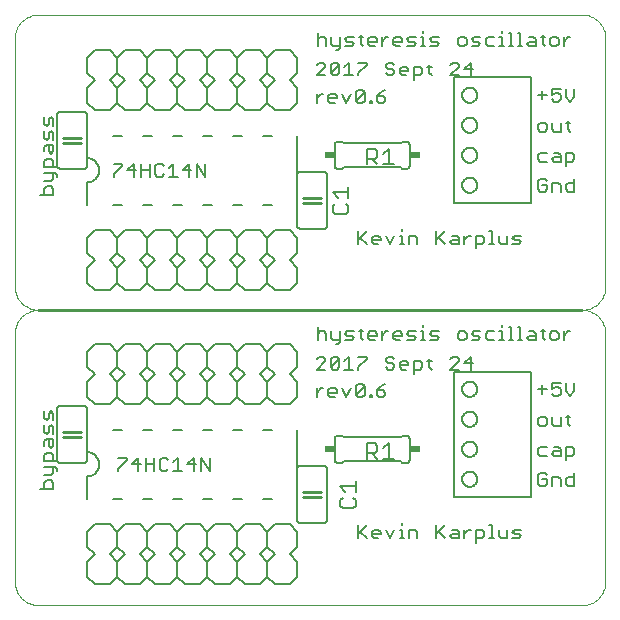
<source format=gto>
G75*
%MOIN*%
%OFA0B0*%
%FSLAX24Y24*%
%IPPOS*%
%LPD*%
%AMOC8*
5,1,8,0,0,1.08239X$1,22.5*
%
%ADD10C,0.0000*%
%ADD11C,0.0070*%
%ADD12C,0.0100*%
%ADD13C,0.0004*%
%ADD14C,0.0060*%
%ADD15C,0.0050*%
%ADD16R,0.0340X0.0240*%
%ADD17C,0.0080*%
D10*
X000102Y000889D02*
X000102Y009157D01*
X000102Y010732D02*
X000102Y019000D01*
X000889Y019787D02*
X019000Y019787D01*
X019787Y019000D02*
X019787Y010732D01*
X019787Y009157D02*
X019787Y000889D01*
X019000Y000102D02*
X000889Y000102D01*
D11*
X000946Y003971D02*
X001376Y003971D01*
X001376Y004187D01*
X001305Y004258D01*
X001161Y004258D01*
X001090Y004187D01*
X001090Y003971D01*
X001090Y004432D02*
X001305Y004432D01*
X001376Y004504D01*
X001376Y004719D01*
X001448Y004719D02*
X001090Y004719D01*
X001090Y004892D02*
X001090Y005107D01*
X001161Y005179D01*
X001305Y005179D01*
X001376Y005107D01*
X001376Y004892D01*
X001520Y004892D02*
X001090Y004892D01*
X001448Y004719D02*
X001520Y004647D01*
X001520Y004575D01*
X001305Y005353D02*
X001233Y005424D01*
X001233Y005640D01*
X001161Y005640D02*
X001376Y005640D01*
X001376Y005424D01*
X001305Y005353D01*
X001090Y005424D02*
X001090Y005568D01*
X001161Y005640D01*
X001161Y005813D02*
X001090Y005885D01*
X001090Y006100D01*
X001233Y006028D02*
X001233Y005885D01*
X001161Y005813D01*
X001376Y005813D02*
X001376Y006028D01*
X001305Y006100D01*
X001233Y006028D01*
X001161Y006273D02*
X001090Y006345D01*
X001090Y006560D01*
X001233Y006489D02*
X001233Y006345D01*
X001161Y006273D01*
X001376Y006273D02*
X001376Y006489D01*
X001305Y006560D01*
X001233Y006489D01*
X003546Y005014D02*
X003833Y005014D01*
X003833Y004942D01*
X003546Y004656D01*
X003546Y004584D01*
X004007Y004799D02*
X004294Y004799D01*
X004467Y004799D02*
X004754Y004799D01*
X004754Y005014D02*
X004754Y004584D01*
X004928Y004656D02*
X004928Y004942D01*
X004999Y005014D01*
X005143Y005014D01*
X005215Y004942D01*
X005388Y004871D02*
X005531Y005014D01*
X005531Y004584D01*
X005388Y004584D02*
X005675Y004584D01*
X005848Y004799D02*
X006135Y004799D01*
X006064Y004584D02*
X006064Y005014D01*
X005848Y004799D01*
X006309Y004584D02*
X006309Y005014D01*
X006596Y004584D01*
X006596Y005014D01*
X005215Y004656D02*
X005143Y004584D01*
X004999Y004584D01*
X004928Y004656D01*
X004467Y004584D02*
X004467Y005014D01*
X004222Y005014D02*
X004007Y004799D01*
X004222Y004584D02*
X004222Y005014D01*
X010168Y007046D02*
X010168Y007333D01*
X010168Y007190D02*
X010312Y007333D01*
X010384Y007333D01*
X010552Y007262D02*
X010552Y007118D01*
X010624Y007046D01*
X010767Y007046D01*
X010839Y007190D02*
X010552Y007190D01*
X010552Y007262D02*
X010624Y007333D01*
X010767Y007333D01*
X010839Y007262D01*
X010839Y007190D01*
X011013Y007333D02*
X011156Y007046D01*
X011299Y007333D01*
X011473Y007405D02*
X011473Y007118D01*
X011760Y007405D01*
X011760Y007118D01*
X011688Y007046D01*
X011545Y007046D01*
X011473Y007118D01*
X011473Y007405D02*
X011545Y007477D01*
X011688Y007477D01*
X011760Y007405D01*
X011933Y007118D02*
X012005Y007118D01*
X012005Y007046D01*
X011933Y007046D01*
X011933Y007118D01*
X012163Y007118D02*
X012235Y007046D01*
X012379Y007046D01*
X012450Y007118D01*
X012450Y007190D01*
X012379Y007262D01*
X012163Y007262D01*
X012163Y007118D01*
X012163Y007262D02*
X012307Y007405D01*
X012450Y007477D01*
X012542Y007956D02*
X012470Y008028D01*
X012542Y007956D02*
X012686Y007956D01*
X012757Y008028D01*
X012757Y008099D01*
X012686Y008171D01*
X012542Y008171D01*
X012470Y008243D01*
X012470Y008315D01*
X012542Y008386D01*
X012686Y008386D01*
X012757Y008315D01*
X012931Y008171D02*
X012931Y008028D01*
X013003Y007956D01*
X013146Y007956D01*
X013218Y008099D02*
X012931Y008099D01*
X012931Y008171D02*
X013003Y008243D01*
X013146Y008243D01*
X013218Y008171D01*
X013218Y008099D01*
X013391Y007956D02*
X013606Y007956D01*
X013678Y008028D01*
X013678Y008171D01*
X013606Y008243D01*
X013391Y008243D01*
X013391Y007812D01*
X013852Y008243D02*
X013995Y008243D01*
X013923Y008315D02*
X013923Y008028D01*
X013995Y007956D01*
X014619Y007956D02*
X014906Y008243D01*
X014906Y008315D01*
X014834Y008386D01*
X014691Y008386D01*
X014619Y008315D01*
X014619Y007956D02*
X014906Y007956D01*
X015079Y008171D02*
X015366Y008171D01*
X015295Y007956D02*
X015295Y008386D01*
X015079Y008171D01*
X015088Y008940D02*
X015160Y009012D01*
X015160Y009155D01*
X015088Y009227D01*
X014944Y009227D01*
X014873Y009155D01*
X014873Y009012D01*
X014944Y008940D01*
X015088Y008940D01*
X015333Y008940D02*
X015548Y008940D01*
X015620Y009012D01*
X015548Y009084D01*
X015405Y009084D01*
X015333Y009155D01*
X015405Y009227D01*
X015620Y009227D01*
X015794Y009155D02*
X015794Y009012D01*
X015865Y008940D01*
X016080Y008940D01*
X016254Y008940D02*
X016397Y008940D01*
X016326Y008940D02*
X016326Y009227D01*
X016254Y009227D01*
X016326Y009370D02*
X016326Y009442D01*
X016561Y009370D02*
X016633Y009370D01*
X016633Y008940D01*
X016704Y008940D02*
X016561Y008940D01*
X016868Y008940D02*
X017011Y008940D01*
X016940Y008940D02*
X016940Y009370D01*
X016868Y009370D01*
X017246Y009227D02*
X017390Y009227D01*
X017462Y009155D01*
X017462Y008940D01*
X017246Y008940D01*
X017175Y009012D01*
X017246Y009084D01*
X017462Y009084D01*
X017635Y009227D02*
X017779Y009227D01*
X017707Y009299D02*
X017707Y009012D01*
X017779Y008940D01*
X017942Y009012D02*
X018014Y008940D01*
X018157Y008940D01*
X018229Y009012D01*
X018229Y009155D01*
X018157Y009227D01*
X018014Y009227D01*
X017942Y009155D01*
X017942Y009012D01*
X018402Y009084D02*
X018546Y009227D01*
X018618Y009227D01*
X018402Y009227D02*
X018402Y008940D01*
X018467Y007514D02*
X018467Y007227D01*
X018611Y007084D01*
X018754Y007227D01*
X018754Y007514D01*
X018294Y007514D02*
X018007Y007514D01*
X018007Y007299D01*
X018150Y007371D01*
X018222Y007371D01*
X018294Y007299D01*
X018294Y007156D01*
X018222Y007084D01*
X018079Y007084D01*
X018007Y007156D01*
X017833Y007299D02*
X017546Y007299D01*
X017690Y007442D02*
X017690Y007156D01*
X017762Y006371D02*
X017618Y006371D01*
X017546Y006299D01*
X017546Y006156D01*
X017618Y006084D01*
X017762Y006084D01*
X017833Y006156D01*
X017833Y006299D01*
X017762Y006371D01*
X018007Y006371D02*
X018007Y006156D01*
X018079Y006084D01*
X018294Y006084D01*
X018294Y006371D01*
X018467Y006371D02*
X018611Y006371D01*
X018539Y006442D02*
X018539Y006156D01*
X018611Y006084D01*
X018682Y005371D02*
X018467Y005371D01*
X018467Y004940D01*
X018467Y005084D02*
X018682Y005084D01*
X018754Y005156D01*
X018754Y005299D01*
X018682Y005371D01*
X018294Y005299D02*
X018294Y005084D01*
X018079Y005084D01*
X018007Y005156D01*
X018079Y005227D01*
X018294Y005227D01*
X018294Y005299D02*
X018222Y005371D01*
X018079Y005371D01*
X017833Y005371D02*
X017618Y005371D01*
X017546Y005299D01*
X017546Y005156D01*
X017618Y005084D01*
X017833Y005084D01*
X017762Y004514D02*
X017618Y004514D01*
X017546Y004442D01*
X017546Y004156D01*
X017618Y004084D01*
X017762Y004084D01*
X017833Y004156D01*
X017833Y004299D01*
X017690Y004299D01*
X017833Y004442D02*
X017762Y004514D01*
X018007Y004371D02*
X018222Y004371D01*
X018294Y004299D01*
X018294Y004084D01*
X018467Y004156D02*
X018467Y004299D01*
X018539Y004371D01*
X018754Y004371D01*
X018754Y004514D02*
X018754Y004084D01*
X018539Y004084D01*
X018467Y004156D01*
X018007Y004084D02*
X018007Y004371D01*
X016974Y002621D02*
X016759Y002621D01*
X016687Y002549D01*
X016759Y002477D01*
X016903Y002477D01*
X016974Y002406D01*
X016903Y002334D01*
X016687Y002334D01*
X016514Y002334D02*
X016514Y002621D01*
X016227Y002621D02*
X016227Y002406D01*
X016299Y002334D01*
X016514Y002334D01*
X016064Y002334D02*
X015920Y002334D01*
X015992Y002334D02*
X015992Y002764D01*
X015920Y002764D01*
X015747Y002549D02*
X015747Y002406D01*
X015675Y002334D01*
X015460Y002334D01*
X015460Y002190D02*
X015460Y002621D01*
X015675Y002621D01*
X015747Y002549D01*
X015291Y002621D02*
X015220Y002621D01*
X015076Y002477D01*
X015076Y002334D02*
X015076Y002621D01*
X014903Y002549D02*
X014903Y002334D01*
X014687Y002334D01*
X014616Y002406D01*
X014687Y002477D01*
X014903Y002477D01*
X014903Y002549D02*
X014831Y002621D01*
X014687Y002621D01*
X014442Y002764D02*
X014155Y002477D01*
X014227Y002549D02*
X014442Y002334D01*
X014155Y002334D02*
X014155Y002764D01*
X013521Y002549D02*
X013521Y002334D01*
X013521Y002549D02*
X013450Y002621D01*
X013235Y002621D01*
X013235Y002334D01*
X013071Y002334D02*
X012928Y002334D01*
X012999Y002334D02*
X012999Y002621D01*
X012928Y002621D01*
X012999Y002764D02*
X012999Y002836D01*
X012754Y002621D02*
X012611Y002334D01*
X012467Y002621D01*
X012294Y002549D02*
X012294Y002477D01*
X012007Y002477D01*
X012007Y002406D02*
X012007Y002549D01*
X012079Y002621D01*
X012222Y002621D01*
X012294Y002549D01*
X012222Y002334D02*
X012079Y002334D01*
X012007Y002406D01*
X011833Y002334D02*
X011618Y002549D01*
X011546Y002477D02*
X011833Y002764D01*
X011546Y002764D02*
X011546Y002334D01*
X011550Y007956D02*
X011550Y008028D01*
X011837Y008315D01*
X011837Y008386D01*
X011550Y008386D01*
X011233Y008386D02*
X011233Y007956D01*
X011376Y007956D02*
X011089Y007956D01*
X010916Y008028D02*
X010916Y008315D01*
X010629Y008028D01*
X010701Y007956D01*
X010844Y007956D01*
X010916Y008028D01*
X011089Y008243D02*
X011233Y008386D01*
X010916Y008315D02*
X010844Y008386D01*
X010701Y008386D01*
X010629Y008315D01*
X010629Y008028D01*
X010455Y007956D02*
X010168Y007956D01*
X010455Y008243D01*
X010455Y008315D01*
X010384Y008386D01*
X010240Y008386D01*
X010168Y008315D01*
X010192Y008940D02*
X010192Y009370D01*
X010264Y009227D02*
X010407Y009227D01*
X010479Y009155D01*
X010479Y008940D01*
X010652Y009012D02*
X010724Y008940D01*
X010939Y008940D01*
X010939Y008868D02*
X010868Y008797D01*
X010796Y008797D01*
X010939Y008868D02*
X010939Y009227D01*
X011113Y009155D02*
X011185Y009227D01*
X011400Y009227D01*
X011328Y009084D02*
X011185Y009084D01*
X011113Y009155D01*
X011328Y009084D02*
X011400Y009012D01*
X011328Y008940D01*
X011113Y008940D01*
X010652Y009012D02*
X010652Y009227D01*
X010264Y009227D02*
X010192Y009155D01*
X011573Y009227D02*
X011717Y009227D01*
X011645Y009299D02*
X011645Y009012D01*
X011717Y008940D01*
X011880Y009012D02*
X011880Y009155D01*
X011952Y009227D01*
X012095Y009227D01*
X012167Y009155D01*
X012167Y009084D01*
X011880Y009084D01*
X011880Y009012D02*
X011952Y008940D01*
X012095Y008940D01*
X012341Y008940D02*
X012341Y009227D01*
X012484Y009227D02*
X012556Y009227D01*
X012484Y009227D02*
X012341Y009084D01*
X012724Y009084D02*
X013011Y009084D01*
X013011Y009155D01*
X012939Y009227D01*
X012796Y009227D01*
X012724Y009155D01*
X012724Y009012D01*
X012796Y008940D01*
X012939Y008940D01*
X013185Y008940D02*
X013400Y008940D01*
X013472Y009012D01*
X013400Y009084D01*
X013256Y009084D01*
X013185Y009155D01*
X013256Y009227D01*
X013472Y009227D01*
X013645Y009227D02*
X013717Y009227D01*
X013717Y008940D01*
X013788Y008940D02*
X013645Y008940D01*
X013952Y008940D02*
X014167Y008940D01*
X014239Y009012D01*
X014167Y009084D01*
X014024Y009084D01*
X013952Y009155D01*
X014024Y009227D01*
X014239Y009227D01*
X013717Y009370D02*
X013717Y009442D01*
X015794Y009155D02*
X015865Y009227D01*
X016080Y009227D01*
X015460Y011994D02*
X015460Y012424D01*
X015675Y012424D01*
X015747Y012352D01*
X015747Y012209D01*
X015675Y012137D01*
X015460Y012137D01*
X015291Y012424D02*
X015220Y012424D01*
X015076Y012280D01*
X015076Y012137D02*
X015076Y012424D01*
X014903Y012352D02*
X014903Y012137D01*
X014687Y012137D01*
X014616Y012209D01*
X014687Y012280D01*
X014903Y012280D01*
X014903Y012352D02*
X014831Y012424D01*
X014687Y012424D01*
X014442Y012567D02*
X014155Y012280D01*
X014227Y012352D02*
X014442Y012137D01*
X014155Y012137D02*
X014155Y012567D01*
X013521Y012352D02*
X013521Y012137D01*
X013521Y012352D02*
X013450Y012424D01*
X013235Y012424D01*
X013235Y012137D01*
X013071Y012137D02*
X012928Y012137D01*
X012999Y012137D02*
X012999Y012424D01*
X012928Y012424D01*
X012999Y012567D02*
X012999Y012639D01*
X012754Y012424D02*
X012611Y012137D01*
X012467Y012424D01*
X012294Y012352D02*
X012294Y012280D01*
X012007Y012280D01*
X012007Y012209D02*
X012007Y012352D01*
X012079Y012424D01*
X012222Y012424D01*
X012294Y012352D01*
X012222Y012137D02*
X012079Y012137D01*
X012007Y012209D01*
X011833Y012137D02*
X011618Y012352D01*
X011546Y012280D02*
X011833Y012567D01*
X011546Y012567D02*
X011546Y012137D01*
X015920Y012137D02*
X016064Y012137D01*
X015992Y012137D02*
X015992Y012567D01*
X015920Y012567D01*
X016227Y012424D02*
X016227Y012209D01*
X016299Y012137D01*
X016514Y012137D01*
X016514Y012424D01*
X016687Y012352D02*
X016759Y012424D01*
X016974Y012424D01*
X016903Y012280D02*
X016759Y012280D01*
X016687Y012352D01*
X016687Y012137D02*
X016903Y012137D01*
X016974Y012209D01*
X016903Y012280D01*
X017618Y013887D02*
X017762Y013887D01*
X017833Y013959D01*
X017833Y014102D01*
X017690Y014102D01*
X017546Y013959D02*
X017618Y013887D01*
X017546Y013959D02*
X017546Y014246D01*
X017618Y014317D01*
X017762Y014317D01*
X017833Y014246D01*
X018007Y014174D02*
X018222Y014174D01*
X018294Y014102D01*
X018294Y013887D01*
X018467Y013959D02*
X018467Y014102D01*
X018539Y014174D01*
X018754Y014174D01*
X018754Y014317D02*
X018754Y013887D01*
X018539Y013887D01*
X018467Y013959D01*
X018007Y013887D02*
X018007Y014174D01*
X018079Y014887D02*
X018007Y014959D01*
X018079Y015030D01*
X018294Y015030D01*
X018294Y015102D02*
X018294Y014887D01*
X018079Y014887D01*
X017833Y014887D02*
X017618Y014887D01*
X017546Y014959D01*
X017546Y015102D01*
X017618Y015174D01*
X017833Y015174D01*
X018079Y015174D02*
X018222Y015174D01*
X018294Y015102D01*
X018467Y015174D02*
X018467Y014744D01*
X018467Y014887D02*
X018682Y014887D01*
X018754Y014959D01*
X018754Y015102D01*
X018682Y015174D01*
X018467Y015174D01*
X018611Y015887D02*
X018539Y015959D01*
X018539Y016246D01*
X018467Y016174D02*
X018611Y016174D01*
X018294Y016174D02*
X018294Y015887D01*
X018079Y015887D01*
X018007Y015959D01*
X018007Y016174D01*
X017833Y016102D02*
X017762Y016174D01*
X017618Y016174D01*
X017546Y016102D01*
X017546Y015959D01*
X017618Y015887D01*
X017762Y015887D01*
X017833Y015959D01*
X017833Y016102D01*
X018079Y016887D02*
X018007Y016959D01*
X018079Y016887D02*
X018222Y016887D01*
X018294Y016959D01*
X018294Y017102D01*
X018222Y017174D01*
X018150Y017174D01*
X018007Y017102D01*
X018007Y017317D01*
X018294Y017317D01*
X018467Y017317D02*
X018467Y017030D01*
X018611Y016887D01*
X018754Y017030D01*
X018754Y017317D01*
X017833Y017102D02*
X017546Y017102D01*
X017690Y016959D02*
X017690Y017246D01*
X017779Y018743D02*
X017707Y018815D01*
X017707Y019102D01*
X017635Y019030D02*
X017779Y019030D01*
X017942Y018958D02*
X017942Y018815D01*
X018014Y018743D01*
X018157Y018743D01*
X018229Y018815D01*
X018229Y018958D01*
X018157Y019030D01*
X018014Y019030D01*
X017942Y018958D01*
X018402Y018887D02*
X018546Y019030D01*
X018618Y019030D01*
X018402Y019030D02*
X018402Y018743D01*
X017462Y018743D02*
X017246Y018743D01*
X017175Y018815D01*
X017246Y018887D01*
X017462Y018887D01*
X017462Y018958D02*
X017462Y018743D01*
X017462Y018958D02*
X017390Y019030D01*
X017246Y019030D01*
X016940Y019174D02*
X016940Y018743D01*
X017011Y018743D02*
X016868Y018743D01*
X016704Y018743D02*
X016561Y018743D01*
X016633Y018743D02*
X016633Y019174D01*
X016561Y019174D01*
X016326Y019174D02*
X016326Y019245D01*
X016326Y019030D02*
X016254Y019030D01*
X016326Y019030D02*
X016326Y018743D01*
X016397Y018743D02*
X016254Y018743D01*
X016080Y018743D02*
X015865Y018743D01*
X015794Y018815D01*
X015794Y018958D01*
X015865Y019030D01*
X016080Y019030D01*
X015620Y019030D02*
X015405Y019030D01*
X015333Y018958D01*
X015405Y018887D01*
X015548Y018887D01*
X015620Y018815D01*
X015548Y018743D01*
X015333Y018743D01*
X015160Y018815D02*
X015160Y018958D01*
X015088Y019030D01*
X014944Y019030D01*
X014873Y018958D01*
X014873Y018815D01*
X014944Y018743D01*
X015088Y018743D01*
X015160Y018815D01*
X015295Y018189D02*
X015079Y017974D01*
X015366Y017974D01*
X015295Y017759D02*
X015295Y018189D01*
X014906Y018118D02*
X014906Y018046D01*
X014619Y017759D01*
X014906Y017759D01*
X014906Y018118D02*
X014834Y018189D01*
X014691Y018189D01*
X014619Y018118D01*
X013995Y018046D02*
X013852Y018046D01*
X013923Y018118D02*
X013923Y017831D01*
X013995Y017759D01*
X013678Y017831D02*
X013606Y017759D01*
X013391Y017759D01*
X013391Y017616D02*
X013391Y018046D01*
X013606Y018046D01*
X013678Y017974D01*
X013678Y017831D01*
X013218Y017902D02*
X012931Y017902D01*
X012931Y017831D02*
X012931Y017974D01*
X013003Y018046D01*
X013146Y018046D01*
X013218Y017974D01*
X013218Y017902D01*
X013146Y017759D02*
X013003Y017759D01*
X012931Y017831D01*
X012757Y017831D02*
X012757Y017902D01*
X012686Y017974D01*
X012542Y017974D01*
X012470Y018046D01*
X012470Y018118D01*
X012542Y018189D01*
X012686Y018189D01*
X012757Y018118D01*
X012757Y017831D02*
X012686Y017759D01*
X012542Y017759D01*
X012470Y017831D01*
X012450Y017280D02*
X012307Y017208D01*
X012163Y017065D01*
X012379Y017065D01*
X012450Y016993D01*
X012450Y016921D01*
X012379Y016850D01*
X012235Y016850D01*
X012163Y016921D01*
X012163Y017065D01*
X012005Y016921D02*
X012005Y016850D01*
X011933Y016850D01*
X011933Y016921D01*
X012005Y016921D01*
X011760Y016921D02*
X011760Y017208D01*
X011473Y016921D01*
X011545Y016850D01*
X011688Y016850D01*
X011760Y016921D01*
X011760Y017208D02*
X011688Y017280D01*
X011545Y017280D01*
X011473Y017208D01*
X011473Y016921D01*
X011299Y017136D02*
X011156Y016850D01*
X011013Y017136D01*
X010839Y017065D02*
X010839Y016993D01*
X010552Y016993D01*
X010552Y016921D02*
X010552Y017065D01*
X010624Y017136D01*
X010767Y017136D01*
X010839Y017065D01*
X010767Y016850D02*
X010624Y016850D01*
X010552Y016921D01*
X010384Y017136D02*
X010312Y017136D01*
X010168Y016993D01*
X010168Y016850D02*
X010168Y017136D01*
X010168Y017759D02*
X010455Y018046D01*
X010455Y018118D01*
X010384Y018189D01*
X010240Y018189D01*
X010168Y018118D01*
X010168Y017759D02*
X010455Y017759D01*
X010629Y017831D02*
X010916Y018118D01*
X010916Y017831D01*
X010844Y017759D01*
X010701Y017759D01*
X010629Y017831D01*
X010629Y018118D01*
X010701Y018189D01*
X010844Y018189D01*
X010916Y018118D01*
X011089Y018046D02*
X011233Y018189D01*
X011233Y017759D01*
X011376Y017759D02*
X011089Y017759D01*
X011550Y017759D02*
X011550Y017831D01*
X011837Y018118D01*
X011837Y018189D01*
X011550Y018189D01*
X011717Y018743D02*
X011645Y018815D01*
X011645Y019102D01*
X011573Y019030D02*
X011717Y019030D01*
X011880Y018958D02*
X011880Y018815D01*
X011952Y018743D01*
X012095Y018743D01*
X012167Y018887D02*
X012167Y018958D01*
X012095Y019030D01*
X011952Y019030D01*
X011880Y018958D01*
X011880Y018887D02*
X012167Y018887D01*
X012341Y018887D02*
X012484Y019030D01*
X012556Y019030D01*
X012724Y018958D02*
X012796Y019030D01*
X012939Y019030D01*
X013011Y018958D01*
X013011Y018887D01*
X012724Y018887D01*
X012724Y018958D02*
X012724Y018815D01*
X012796Y018743D01*
X012939Y018743D01*
X013185Y018743D02*
X013400Y018743D01*
X013472Y018815D01*
X013400Y018887D01*
X013256Y018887D01*
X013185Y018958D01*
X013256Y019030D01*
X013472Y019030D01*
X013645Y019030D02*
X013717Y019030D01*
X013717Y018743D01*
X013788Y018743D02*
X013645Y018743D01*
X013952Y018743D02*
X014167Y018743D01*
X014239Y018815D01*
X014167Y018887D01*
X014024Y018887D01*
X013952Y018958D01*
X014024Y019030D01*
X014239Y019030D01*
X013717Y019174D02*
X013717Y019245D01*
X012341Y019030D02*
X012341Y018743D01*
X011400Y018815D02*
X011328Y018887D01*
X011185Y018887D01*
X011113Y018958D01*
X011185Y019030D01*
X011400Y019030D01*
X011400Y018815D02*
X011328Y018743D01*
X011113Y018743D01*
X010939Y018743D02*
X010724Y018743D01*
X010652Y018815D01*
X010652Y019030D01*
X010479Y018958D02*
X010479Y018743D01*
X010479Y018958D02*
X010407Y019030D01*
X010264Y019030D01*
X010192Y018958D01*
X010192Y018743D02*
X010192Y019174D01*
X010796Y018600D02*
X010868Y018600D01*
X010939Y018672D01*
X010939Y019030D01*
X006446Y014817D02*
X006446Y014387D01*
X006159Y014817D01*
X006159Y014387D01*
X005914Y014387D02*
X005914Y014817D01*
X005698Y014602D01*
X005985Y014602D01*
X005525Y014387D02*
X005238Y014387D01*
X005381Y014387D02*
X005381Y014817D01*
X005238Y014674D01*
X005065Y014746D02*
X004993Y014817D01*
X004849Y014817D01*
X004778Y014746D01*
X004778Y014459D01*
X004849Y014387D01*
X004993Y014387D01*
X005065Y014459D01*
X004604Y014387D02*
X004604Y014817D01*
X004604Y014602D02*
X004317Y014602D01*
X004144Y014602D02*
X003857Y014602D01*
X004072Y014817D01*
X004072Y014387D01*
X004317Y014387D02*
X004317Y014817D01*
X003683Y014817D02*
X003683Y014746D01*
X003396Y014459D01*
X003396Y014387D01*
X003396Y014817D02*
X003683Y014817D01*
X001520Y014695D02*
X001090Y014695D01*
X001090Y014911D01*
X001161Y014982D01*
X001305Y014982D01*
X001376Y014911D01*
X001376Y014695D01*
X001376Y014522D02*
X001376Y014307D01*
X001305Y014235D01*
X001090Y014235D01*
X001161Y014062D02*
X001090Y013990D01*
X001090Y013775D01*
X000946Y013775D02*
X001376Y013775D01*
X001376Y013990D01*
X001305Y014062D01*
X001161Y014062D01*
X001520Y014378D02*
X001520Y014450D01*
X001448Y014522D01*
X001090Y014522D01*
X001305Y015156D02*
X001233Y015228D01*
X001233Y015443D01*
X001161Y015443D02*
X001376Y015443D01*
X001376Y015228D01*
X001305Y015156D01*
X001090Y015228D02*
X001090Y015371D01*
X001161Y015443D01*
X001161Y015616D02*
X001090Y015688D01*
X001090Y015903D01*
X001233Y015831D02*
X001233Y015688D01*
X001161Y015616D01*
X001376Y015616D02*
X001376Y015831D01*
X001305Y015903D01*
X001233Y015831D01*
X001161Y016077D02*
X001090Y016148D01*
X001090Y016363D01*
X001233Y016292D02*
X001233Y016148D01*
X001161Y016077D01*
X001376Y016077D02*
X001376Y016292D01*
X001305Y016363D01*
X001233Y016292D01*
X016868Y019174D02*
X016940Y019174D01*
D12*
X010311Y013682D02*
X009711Y013682D01*
X009711Y013522D02*
X010311Y013522D01*
X002311Y015522D02*
X001711Y015522D01*
X001711Y015682D02*
X002311Y015682D01*
X000889Y009944D02*
X019000Y009944D01*
X010311Y003879D02*
X009711Y003879D01*
X009711Y003719D02*
X010311Y003719D01*
X002311Y005719D02*
X001711Y005719D01*
X001711Y005879D02*
X002311Y005879D01*
D13*
X000102Y009157D02*
X000104Y009211D01*
X000109Y009264D01*
X000118Y009317D01*
X000131Y009369D01*
X000147Y009421D01*
X000167Y009471D01*
X000190Y009519D01*
X000217Y009566D01*
X000246Y009611D01*
X000279Y009654D01*
X000314Y009694D01*
X000352Y009732D01*
X000392Y009767D01*
X000435Y009800D01*
X000480Y009829D01*
X000527Y009856D01*
X000575Y009879D01*
X000625Y009899D01*
X000677Y009915D01*
X000729Y009928D01*
X000782Y009937D01*
X000835Y009942D01*
X000889Y009944D01*
X000889Y009945D02*
X000835Y009947D01*
X000782Y009952D01*
X000729Y009961D01*
X000677Y009974D01*
X000625Y009990D01*
X000575Y010010D01*
X000527Y010033D01*
X000480Y010060D01*
X000435Y010089D01*
X000392Y010122D01*
X000352Y010157D01*
X000314Y010195D01*
X000279Y010235D01*
X000246Y010278D01*
X000217Y010323D01*
X000190Y010370D01*
X000167Y010418D01*
X000147Y010468D01*
X000131Y010520D01*
X000118Y010572D01*
X000109Y010625D01*
X000104Y010678D01*
X000102Y010732D01*
X000102Y019000D02*
X000104Y019054D01*
X000109Y019107D01*
X000118Y019160D01*
X000131Y019212D01*
X000147Y019264D01*
X000167Y019314D01*
X000190Y019362D01*
X000217Y019409D01*
X000246Y019454D01*
X000279Y019497D01*
X000314Y019537D01*
X000352Y019575D01*
X000392Y019610D01*
X000435Y019643D01*
X000480Y019672D01*
X000527Y019699D01*
X000575Y019722D01*
X000625Y019742D01*
X000677Y019758D01*
X000729Y019771D01*
X000782Y019780D01*
X000835Y019785D01*
X000889Y019787D01*
X019000Y019787D02*
X019054Y019785D01*
X019107Y019780D01*
X019160Y019771D01*
X019212Y019758D01*
X019264Y019742D01*
X019314Y019722D01*
X019362Y019699D01*
X019409Y019672D01*
X019454Y019643D01*
X019497Y019610D01*
X019537Y019575D01*
X019575Y019537D01*
X019610Y019497D01*
X019643Y019454D01*
X019672Y019409D01*
X019699Y019362D01*
X019722Y019314D01*
X019742Y019264D01*
X019758Y019212D01*
X019771Y019160D01*
X019780Y019107D01*
X019785Y019054D01*
X019787Y019000D01*
X019787Y010732D02*
X019785Y010678D01*
X019780Y010625D01*
X019771Y010572D01*
X019758Y010520D01*
X019742Y010468D01*
X019722Y010418D01*
X019699Y010370D01*
X019672Y010323D01*
X019643Y010278D01*
X019610Y010235D01*
X019575Y010195D01*
X019537Y010157D01*
X019497Y010122D01*
X019454Y010089D01*
X019409Y010060D01*
X019362Y010033D01*
X019314Y010010D01*
X019264Y009990D01*
X019212Y009974D01*
X019160Y009961D01*
X019107Y009952D01*
X019054Y009947D01*
X019000Y009945D01*
X019000Y009944D02*
X019054Y009942D01*
X019107Y009937D01*
X019160Y009928D01*
X019212Y009915D01*
X019264Y009899D01*
X019314Y009879D01*
X019362Y009856D01*
X019409Y009829D01*
X019454Y009800D01*
X019497Y009767D01*
X019537Y009732D01*
X019575Y009694D01*
X019610Y009654D01*
X019643Y009611D01*
X019672Y009566D01*
X019699Y009519D01*
X019722Y009471D01*
X019742Y009421D01*
X019758Y009369D01*
X019771Y009317D01*
X019780Y009264D01*
X019785Y009211D01*
X019787Y009157D01*
X019787Y000889D02*
X019785Y000835D01*
X019780Y000782D01*
X019771Y000729D01*
X019758Y000677D01*
X019742Y000625D01*
X019722Y000575D01*
X019699Y000527D01*
X019672Y000480D01*
X019643Y000435D01*
X019610Y000392D01*
X019575Y000352D01*
X019537Y000314D01*
X019497Y000279D01*
X019454Y000246D01*
X019409Y000217D01*
X019362Y000190D01*
X019314Y000167D01*
X019264Y000147D01*
X019212Y000131D01*
X019160Y000118D01*
X019107Y000109D01*
X019054Y000104D01*
X019000Y000102D01*
X000889Y000102D02*
X000835Y000104D01*
X000782Y000109D01*
X000729Y000118D01*
X000677Y000131D01*
X000625Y000147D01*
X000575Y000167D01*
X000527Y000190D01*
X000480Y000217D01*
X000435Y000246D01*
X000392Y000279D01*
X000352Y000314D01*
X000314Y000352D01*
X000279Y000392D01*
X000246Y000435D01*
X000217Y000480D01*
X000190Y000527D01*
X000167Y000575D01*
X000147Y000625D01*
X000131Y000677D01*
X000118Y000729D01*
X000109Y000782D01*
X000104Y000835D01*
X000102Y000889D01*
D14*
X002511Y003649D02*
X002511Y004399D01*
X002550Y004401D01*
X002589Y004407D01*
X002627Y004416D01*
X002664Y004429D01*
X002700Y004446D01*
X002733Y004466D01*
X002765Y004490D01*
X002794Y004516D01*
X002820Y004545D01*
X002844Y004577D01*
X002864Y004610D01*
X002881Y004646D01*
X002894Y004683D01*
X002903Y004721D01*
X002909Y004760D01*
X002911Y004799D01*
X002909Y004838D01*
X002903Y004877D01*
X002894Y004915D01*
X002881Y004952D01*
X002864Y004988D01*
X002844Y005021D01*
X002820Y005053D01*
X002794Y005082D01*
X002765Y005108D01*
X002733Y005132D01*
X002700Y005152D01*
X002664Y005169D01*
X002627Y005182D01*
X002589Y005191D01*
X002550Y005197D01*
X002511Y005199D01*
X002511Y005949D01*
X002511Y006649D02*
X002511Y004949D01*
X002509Y004932D01*
X002505Y004915D01*
X002498Y004899D01*
X002488Y004885D01*
X002475Y004872D01*
X002461Y004862D01*
X002445Y004855D01*
X002428Y004851D01*
X002411Y004849D01*
X001611Y004849D01*
X001594Y004851D01*
X001577Y004855D01*
X001561Y004862D01*
X001547Y004872D01*
X001534Y004885D01*
X001524Y004899D01*
X001517Y004915D01*
X001513Y004932D01*
X001511Y004949D01*
X001511Y006649D01*
X001513Y006666D01*
X001517Y006683D01*
X001524Y006699D01*
X001534Y006713D01*
X001547Y006726D01*
X001561Y006736D01*
X001577Y006743D01*
X001594Y006747D01*
X001611Y006749D01*
X002411Y006749D01*
X002428Y006747D01*
X002445Y006743D01*
X002461Y006736D01*
X002475Y006726D01*
X002488Y006713D01*
X002498Y006699D01*
X002505Y006683D01*
X002509Y006666D01*
X002511Y006649D01*
X002511Y013452D02*
X002511Y014202D01*
X002550Y014204D01*
X002589Y014210D01*
X002627Y014219D01*
X002664Y014232D01*
X002700Y014249D01*
X002733Y014269D01*
X002765Y014293D01*
X002794Y014319D01*
X002820Y014348D01*
X002844Y014380D01*
X002864Y014413D01*
X002881Y014449D01*
X002894Y014486D01*
X002903Y014524D01*
X002909Y014563D01*
X002911Y014602D01*
X002909Y014641D01*
X002903Y014680D01*
X002894Y014718D01*
X002881Y014755D01*
X002864Y014791D01*
X002844Y014824D01*
X002820Y014856D01*
X002794Y014885D01*
X002765Y014911D01*
X002733Y014935D01*
X002700Y014955D01*
X002664Y014972D01*
X002627Y014985D01*
X002589Y014994D01*
X002550Y015000D01*
X002511Y015002D01*
X002511Y015752D01*
X002511Y016452D02*
X002511Y014752D01*
X002509Y014735D01*
X002505Y014718D01*
X002498Y014702D01*
X002488Y014688D01*
X002475Y014675D01*
X002461Y014665D01*
X002445Y014658D01*
X002428Y014654D01*
X002411Y014652D01*
X001611Y014652D01*
X001594Y014654D01*
X001577Y014658D01*
X001561Y014665D01*
X001547Y014675D01*
X001534Y014688D01*
X001524Y014702D01*
X001517Y014718D01*
X001513Y014735D01*
X001511Y014752D01*
X001511Y016452D01*
X001513Y016469D01*
X001517Y016486D01*
X001524Y016502D01*
X001534Y016516D01*
X001547Y016529D01*
X001561Y016539D01*
X001577Y016546D01*
X001594Y016550D01*
X001611Y016552D01*
X002411Y016552D01*
X002428Y016550D01*
X002445Y016546D01*
X002461Y016539D01*
X002475Y016529D01*
X002488Y016516D01*
X002498Y016502D01*
X002505Y016486D01*
X002509Y016469D01*
X002511Y016452D01*
X009511Y015752D02*
X009511Y013452D01*
X009511Y012752D02*
X009511Y014452D01*
X009513Y014469D01*
X009517Y014486D01*
X009524Y014502D01*
X009534Y014516D01*
X009547Y014529D01*
X009561Y014539D01*
X009577Y014546D01*
X009594Y014550D01*
X009611Y014552D01*
X010411Y014552D01*
X010428Y014550D01*
X010445Y014546D01*
X010461Y014539D01*
X010475Y014529D01*
X010488Y014516D01*
X010498Y014502D01*
X010505Y014486D01*
X010509Y014469D01*
X010511Y014452D01*
X010511Y012752D01*
X010509Y012735D01*
X010505Y012718D01*
X010498Y012702D01*
X010488Y012688D01*
X010475Y012675D01*
X010461Y012665D01*
X010445Y012658D01*
X010428Y012654D01*
X010411Y012652D01*
X009611Y012652D01*
X009594Y012654D01*
X009577Y012658D01*
X009561Y012665D01*
X009547Y012675D01*
X009534Y012688D01*
X009524Y012702D01*
X009517Y012718D01*
X009513Y012735D01*
X009511Y012752D01*
X010861Y014652D02*
X011011Y014652D01*
X011061Y014702D01*
X012961Y014702D01*
X013011Y014652D01*
X013161Y014652D01*
X013178Y014654D01*
X013195Y014658D01*
X013211Y014665D01*
X013225Y014675D01*
X013238Y014688D01*
X013248Y014702D01*
X013255Y014718D01*
X013259Y014735D01*
X013261Y014752D01*
X013261Y015452D01*
X013259Y015469D01*
X013255Y015486D01*
X013248Y015502D01*
X013238Y015516D01*
X013225Y015529D01*
X013211Y015539D01*
X013195Y015546D01*
X013178Y015550D01*
X013161Y015552D01*
X013011Y015552D01*
X012961Y015502D01*
X011061Y015502D01*
X011011Y015552D01*
X010861Y015552D01*
X010844Y015550D01*
X010827Y015546D01*
X010811Y015539D01*
X010797Y015529D01*
X010784Y015516D01*
X010774Y015502D01*
X010767Y015486D01*
X010763Y015469D01*
X010761Y015452D01*
X010761Y014752D01*
X010763Y014735D01*
X010767Y014718D01*
X010774Y014702D01*
X010784Y014688D01*
X010797Y014675D01*
X010811Y014665D01*
X010827Y014658D01*
X010844Y014654D01*
X010861Y014652D01*
X009511Y005949D02*
X009511Y003649D01*
X009511Y002949D02*
X009511Y004649D01*
X009513Y004666D01*
X009517Y004683D01*
X009524Y004699D01*
X009534Y004713D01*
X009547Y004726D01*
X009561Y004736D01*
X009577Y004743D01*
X009594Y004747D01*
X009611Y004749D01*
X010411Y004749D01*
X010428Y004747D01*
X010445Y004743D01*
X010461Y004736D01*
X010475Y004726D01*
X010488Y004713D01*
X010498Y004699D01*
X010505Y004683D01*
X010509Y004666D01*
X010511Y004649D01*
X010511Y002949D01*
X010509Y002932D01*
X010505Y002915D01*
X010498Y002899D01*
X010488Y002885D01*
X010475Y002872D01*
X010461Y002862D01*
X010445Y002855D01*
X010428Y002851D01*
X010411Y002849D01*
X009611Y002849D01*
X009594Y002851D01*
X009577Y002855D01*
X009561Y002862D01*
X009547Y002872D01*
X009534Y002885D01*
X009524Y002899D01*
X009517Y002915D01*
X009513Y002932D01*
X009511Y002949D01*
X010861Y004849D02*
X011011Y004849D01*
X011061Y004899D01*
X012961Y004899D01*
X013011Y004849D01*
X013161Y004849D01*
X013178Y004851D01*
X013195Y004855D01*
X013211Y004862D01*
X013225Y004872D01*
X013238Y004885D01*
X013248Y004899D01*
X013255Y004915D01*
X013259Y004932D01*
X013261Y004949D01*
X013261Y005649D01*
X013259Y005666D01*
X013255Y005683D01*
X013248Y005699D01*
X013238Y005713D01*
X013225Y005726D01*
X013211Y005736D01*
X013195Y005743D01*
X013178Y005747D01*
X013161Y005749D01*
X013011Y005749D01*
X012961Y005699D01*
X011061Y005699D01*
X011011Y005749D01*
X010861Y005749D01*
X010844Y005747D01*
X010827Y005743D01*
X010811Y005736D01*
X010797Y005726D01*
X010784Y005713D01*
X010774Y005699D01*
X010767Y005683D01*
X010763Y005666D01*
X010761Y005649D01*
X010761Y004949D01*
X010763Y004932D01*
X010767Y004915D01*
X010774Y004899D01*
X010784Y004885D01*
X010797Y004872D01*
X010811Y004862D01*
X010827Y004855D01*
X010844Y004851D01*
X010861Y004849D01*
D15*
X008661Y005949D02*
X008361Y005949D01*
X007661Y005949D02*
X007361Y005949D01*
X006661Y005949D02*
X006361Y005949D01*
X005661Y005949D02*
X005361Y005949D01*
X004661Y005949D02*
X004361Y005949D01*
X003661Y005949D02*
X003361Y005949D01*
X003361Y003649D02*
X003661Y003649D01*
X004361Y003649D02*
X004661Y003649D01*
X005361Y003649D02*
X005661Y003649D01*
X006361Y003649D02*
X006661Y003649D01*
X007361Y003649D02*
X007661Y003649D01*
X008361Y003649D02*
X008661Y003649D01*
X014731Y003709D02*
X014731Y007889D01*
X017291Y007889D01*
X017291Y003709D01*
X014731Y003709D01*
X015011Y004299D02*
X015013Y004330D01*
X015019Y004361D01*
X015029Y004391D01*
X015042Y004419D01*
X015059Y004446D01*
X015079Y004470D01*
X015102Y004492D01*
X015127Y004510D01*
X015155Y004525D01*
X015184Y004537D01*
X015214Y004545D01*
X015245Y004549D01*
X015277Y004549D01*
X015308Y004545D01*
X015338Y004537D01*
X015367Y004525D01*
X015395Y004510D01*
X015420Y004492D01*
X015443Y004470D01*
X015463Y004446D01*
X015480Y004419D01*
X015493Y004391D01*
X015503Y004361D01*
X015509Y004330D01*
X015511Y004299D01*
X015509Y004268D01*
X015503Y004237D01*
X015493Y004207D01*
X015480Y004179D01*
X015463Y004152D01*
X015443Y004128D01*
X015420Y004106D01*
X015395Y004088D01*
X015367Y004073D01*
X015338Y004061D01*
X015308Y004053D01*
X015277Y004049D01*
X015245Y004049D01*
X015214Y004053D01*
X015184Y004061D01*
X015155Y004073D01*
X015127Y004088D01*
X015102Y004106D01*
X015079Y004128D01*
X015059Y004152D01*
X015042Y004179D01*
X015029Y004207D01*
X015019Y004237D01*
X015013Y004268D01*
X015011Y004299D01*
X015011Y005299D02*
X015013Y005330D01*
X015019Y005361D01*
X015029Y005391D01*
X015042Y005419D01*
X015059Y005446D01*
X015079Y005470D01*
X015102Y005492D01*
X015127Y005510D01*
X015155Y005525D01*
X015184Y005537D01*
X015214Y005545D01*
X015245Y005549D01*
X015277Y005549D01*
X015308Y005545D01*
X015338Y005537D01*
X015367Y005525D01*
X015395Y005510D01*
X015420Y005492D01*
X015443Y005470D01*
X015463Y005446D01*
X015480Y005419D01*
X015493Y005391D01*
X015503Y005361D01*
X015509Y005330D01*
X015511Y005299D01*
X015509Y005268D01*
X015503Y005237D01*
X015493Y005207D01*
X015480Y005179D01*
X015463Y005152D01*
X015443Y005128D01*
X015420Y005106D01*
X015395Y005088D01*
X015367Y005073D01*
X015338Y005061D01*
X015308Y005053D01*
X015277Y005049D01*
X015245Y005049D01*
X015214Y005053D01*
X015184Y005061D01*
X015155Y005073D01*
X015127Y005088D01*
X015102Y005106D01*
X015079Y005128D01*
X015059Y005152D01*
X015042Y005179D01*
X015029Y005207D01*
X015019Y005237D01*
X015013Y005268D01*
X015011Y005299D01*
X015011Y006299D02*
X015013Y006330D01*
X015019Y006361D01*
X015029Y006391D01*
X015042Y006419D01*
X015059Y006446D01*
X015079Y006470D01*
X015102Y006492D01*
X015127Y006510D01*
X015155Y006525D01*
X015184Y006537D01*
X015214Y006545D01*
X015245Y006549D01*
X015277Y006549D01*
X015308Y006545D01*
X015338Y006537D01*
X015367Y006525D01*
X015395Y006510D01*
X015420Y006492D01*
X015443Y006470D01*
X015463Y006446D01*
X015480Y006419D01*
X015493Y006391D01*
X015503Y006361D01*
X015509Y006330D01*
X015511Y006299D01*
X015509Y006268D01*
X015503Y006237D01*
X015493Y006207D01*
X015480Y006179D01*
X015463Y006152D01*
X015443Y006128D01*
X015420Y006106D01*
X015395Y006088D01*
X015367Y006073D01*
X015338Y006061D01*
X015308Y006053D01*
X015277Y006049D01*
X015245Y006049D01*
X015214Y006053D01*
X015184Y006061D01*
X015155Y006073D01*
X015127Y006088D01*
X015102Y006106D01*
X015079Y006128D01*
X015059Y006152D01*
X015042Y006179D01*
X015029Y006207D01*
X015019Y006237D01*
X015013Y006268D01*
X015011Y006299D01*
X015011Y007299D02*
X015013Y007330D01*
X015019Y007361D01*
X015029Y007391D01*
X015042Y007419D01*
X015059Y007446D01*
X015079Y007470D01*
X015102Y007492D01*
X015127Y007510D01*
X015155Y007525D01*
X015184Y007537D01*
X015214Y007545D01*
X015245Y007549D01*
X015277Y007549D01*
X015308Y007545D01*
X015338Y007537D01*
X015367Y007525D01*
X015395Y007510D01*
X015420Y007492D01*
X015443Y007470D01*
X015463Y007446D01*
X015480Y007419D01*
X015493Y007391D01*
X015503Y007361D01*
X015509Y007330D01*
X015511Y007299D01*
X015509Y007268D01*
X015503Y007237D01*
X015493Y007207D01*
X015480Y007179D01*
X015463Y007152D01*
X015443Y007128D01*
X015420Y007106D01*
X015395Y007088D01*
X015367Y007073D01*
X015338Y007061D01*
X015308Y007053D01*
X015277Y007049D01*
X015245Y007049D01*
X015214Y007053D01*
X015184Y007061D01*
X015155Y007073D01*
X015127Y007088D01*
X015102Y007106D01*
X015079Y007128D01*
X015059Y007152D01*
X015042Y007179D01*
X015029Y007207D01*
X015019Y007237D01*
X015013Y007268D01*
X015011Y007299D01*
X014731Y013512D02*
X014731Y017692D01*
X017291Y017692D01*
X017291Y013512D01*
X014731Y013512D01*
X015011Y014102D02*
X015013Y014133D01*
X015019Y014164D01*
X015029Y014194D01*
X015042Y014222D01*
X015059Y014249D01*
X015079Y014273D01*
X015102Y014295D01*
X015127Y014313D01*
X015155Y014328D01*
X015184Y014340D01*
X015214Y014348D01*
X015245Y014352D01*
X015277Y014352D01*
X015308Y014348D01*
X015338Y014340D01*
X015367Y014328D01*
X015395Y014313D01*
X015420Y014295D01*
X015443Y014273D01*
X015463Y014249D01*
X015480Y014222D01*
X015493Y014194D01*
X015503Y014164D01*
X015509Y014133D01*
X015511Y014102D01*
X015509Y014071D01*
X015503Y014040D01*
X015493Y014010D01*
X015480Y013982D01*
X015463Y013955D01*
X015443Y013931D01*
X015420Y013909D01*
X015395Y013891D01*
X015367Y013876D01*
X015338Y013864D01*
X015308Y013856D01*
X015277Y013852D01*
X015245Y013852D01*
X015214Y013856D01*
X015184Y013864D01*
X015155Y013876D01*
X015127Y013891D01*
X015102Y013909D01*
X015079Y013931D01*
X015059Y013955D01*
X015042Y013982D01*
X015029Y014010D01*
X015019Y014040D01*
X015013Y014071D01*
X015011Y014102D01*
X015011Y015102D02*
X015013Y015133D01*
X015019Y015164D01*
X015029Y015194D01*
X015042Y015222D01*
X015059Y015249D01*
X015079Y015273D01*
X015102Y015295D01*
X015127Y015313D01*
X015155Y015328D01*
X015184Y015340D01*
X015214Y015348D01*
X015245Y015352D01*
X015277Y015352D01*
X015308Y015348D01*
X015338Y015340D01*
X015367Y015328D01*
X015395Y015313D01*
X015420Y015295D01*
X015443Y015273D01*
X015463Y015249D01*
X015480Y015222D01*
X015493Y015194D01*
X015503Y015164D01*
X015509Y015133D01*
X015511Y015102D01*
X015509Y015071D01*
X015503Y015040D01*
X015493Y015010D01*
X015480Y014982D01*
X015463Y014955D01*
X015443Y014931D01*
X015420Y014909D01*
X015395Y014891D01*
X015367Y014876D01*
X015338Y014864D01*
X015308Y014856D01*
X015277Y014852D01*
X015245Y014852D01*
X015214Y014856D01*
X015184Y014864D01*
X015155Y014876D01*
X015127Y014891D01*
X015102Y014909D01*
X015079Y014931D01*
X015059Y014955D01*
X015042Y014982D01*
X015029Y015010D01*
X015019Y015040D01*
X015013Y015071D01*
X015011Y015102D01*
X015011Y016102D02*
X015013Y016133D01*
X015019Y016164D01*
X015029Y016194D01*
X015042Y016222D01*
X015059Y016249D01*
X015079Y016273D01*
X015102Y016295D01*
X015127Y016313D01*
X015155Y016328D01*
X015184Y016340D01*
X015214Y016348D01*
X015245Y016352D01*
X015277Y016352D01*
X015308Y016348D01*
X015338Y016340D01*
X015367Y016328D01*
X015395Y016313D01*
X015420Y016295D01*
X015443Y016273D01*
X015463Y016249D01*
X015480Y016222D01*
X015493Y016194D01*
X015503Y016164D01*
X015509Y016133D01*
X015511Y016102D01*
X015509Y016071D01*
X015503Y016040D01*
X015493Y016010D01*
X015480Y015982D01*
X015463Y015955D01*
X015443Y015931D01*
X015420Y015909D01*
X015395Y015891D01*
X015367Y015876D01*
X015338Y015864D01*
X015308Y015856D01*
X015277Y015852D01*
X015245Y015852D01*
X015214Y015856D01*
X015184Y015864D01*
X015155Y015876D01*
X015127Y015891D01*
X015102Y015909D01*
X015079Y015931D01*
X015059Y015955D01*
X015042Y015982D01*
X015029Y016010D01*
X015019Y016040D01*
X015013Y016071D01*
X015011Y016102D01*
X015011Y017102D02*
X015013Y017133D01*
X015019Y017164D01*
X015029Y017194D01*
X015042Y017222D01*
X015059Y017249D01*
X015079Y017273D01*
X015102Y017295D01*
X015127Y017313D01*
X015155Y017328D01*
X015184Y017340D01*
X015214Y017348D01*
X015245Y017352D01*
X015277Y017352D01*
X015308Y017348D01*
X015338Y017340D01*
X015367Y017328D01*
X015395Y017313D01*
X015420Y017295D01*
X015443Y017273D01*
X015463Y017249D01*
X015480Y017222D01*
X015493Y017194D01*
X015503Y017164D01*
X015509Y017133D01*
X015511Y017102D01*
X015509Y017071D01*
X015503Y017040D01*
X015493Y017010D01*
X015480Y016982D01*
X015463Y016955D01*
X015443Y016931D01*
X015420Y016909D01*
X015395Y016891D01*
X015367Y016876D01*
X015338Y016864D01*
X015308Y016856D01*
X015277Y016852D01*
X015245Y016852D01*
X015214Y016856D01*
X015184Y016864D01*
X015155Y016876D01*
X015127Y016891D01*
X015102Y016909D01*
X015079Y016931D01*
X015059Y016955D01*
X015042Y016982D01*
X015029Y017010D01*
X015019Y017040D01*
X015013Y017071D01*
X015011Y017102D01*
X008661Y015752D02*
X008361Y015752D01*
X007661Y015752D02*
X007361Y015752D01*
X006661Y015752D02*
X006361Y015752D01*
X005661Y015752D02*
X005361Y015752D01*
X004661Y015752D02*
X004361Y015752D01*
X003661Y015752D02*
X003361Y015752D01*
X003361Y013452D02*
X003661Y013452D01*
X004361Y013452D02*
X004661Y013452D01*
X005361Y013452D02*
X005661Y013452D01*
X006361Y013452D02*
X006661Y013452D01*
X007361Y013452D02*
X007661Y013452D01*
X008361Y013452D02*
X008661Y013452D01*
D16*
X010591Y015102D03*
X013431Y015102D03*
X013431Y005299D03*
X010591Y005299D03*
D17*
X011471Y004233D02*
X011471Y003886D01*
X011471Y004060D02*
X010951Y004060D01*
X011124Y003886D01*
X011038Y003681D02*
X010951Y003594D01*
X010951Y003421D01*
X011038Y003334D01*
X011385Y003334D01*
X011471Y003421D01*
X011471Y003594D01*
X011385Y003681D01*
X011836Y004989D02*
X011836Y005509D01*
X012097Y005509D01*
X012183Y005423D01*
X012183Y005249D01*
X012097Y005162D01*
X011836Y005162D01*
X012010Y005162D02*
X012183Y004989D01*
X012389Y004989D02*
X012736Y004989D01*
X012562Y004989D02*
X012562Y005509D01*
X012389Y005336D01*
X009511Y007049D02*
X009511Y007549D01*
X009261Y007799D01*
X009511Y008049D01*
X009511Y008549D01*
X009261Y008799D01*
X008761Y008799D01*
X008511Y008549D01*
X008261Y008799D01*
X007761Y008799D01*
X007511Y008549D01*
X007511Y008049D01*
X007761Y007799D01*
X007511Y007549D01*
X007511Y007049D01*
X007761Y006799D01*
X008261Y006799D01*
X008511Y007049D01*
X008511Y007549D01*
X008261Y007799D01*
X008511Y008049D01*
X008511Y008549D01*
X008511Y008049D01*
X008761Y007799D01*
X008511Y007549D01*
X008511Y007049D01*
X008761Y006799D01*
X009261Y006799D01*
X009511Y007049D01*
X007511Y007049D02*
X007511Y007549D01*
X007261Y007799D01*
X007511Y008049D01*
X007511Y008549D01*
X007261Y008799D01*
X006761Y008799D01*
X006511Y008549D01*
X006261Y008799D01*
X005761Y008799D01*
X005511Y008549D01*
X005511Y008049D01*
X005761Y007799D01*
X005511Y007549D01*
X005511Y007049D01*
X005761Y006799D01*
X006261Y006799D01*
X006511Y007049D01*
X006511Y007549D01*
X006261Y007799D01*
X006511Y008049D01*
X006511Y008549D01*
X006511Y008049D01*
X006761Y007799D01*
X006511Y007549D01*
X006511Y007049D01*
X006761Y006799D01*
X007261Y006799D01*
X007511Y007049D01*
X005511Y007049D02*
X005511Y007549D01*
X005261Y007799D01*
X005511Y008049D01*
X005511Y008549D01*
X005261Y008799D01*
X004761Y008799D01*
X004511Y008549D01*
X004261Y008799D01*
X003761Y008799D01*
X003511Y008549D01*
X003261Y008799D01*
X002761Y008799D01*
X002511Y008549D01*
X002511Y008049D01*
X002761Y007799D01*
X002511Y007549D01*
X002511Y007049D01*
X002761Y006799D01*
X003261Y006799D01*
X003511Y007049D01*
X003511Y007549D01*
X003261Y007799D01*
X003511Y008049D01*
X003511Y008549D01*
X003511Y008049D01*
X003761Y007799D01*
X003511Y007549D01*
X003511Y007049D01*
X003761Y006799D01*
X004261Y006799D01*
X004511Y007049D01*
X004511Y007549D01*
X004261Y007799D01*
X004511Y008049D01*
X004511Y008549D01*
X004511Y008049D01*
X004761Y007799D01*
X004511Y007549D01*
X004511Y007049D01*
X004761Y006799D01*
X005261Y006799D01*
X005511Y007049D01*
X005261Y010602D02*
X004761Y010602D01*
X004511Y010852D01*
X004511Y011352D01*
X004761Y011602D01*
X004511Y011852D01*
X004511Y012352D01*
X004761Y012602D01*
X005261Y012602D01*
X005511Y012352D01*
X005511Y011852D01*
X005261Y011602D01*
X005511Y011352D01*
X005511Y010852D01*
X005261Y010602D01*
X005511Y010852D02*
X005761Y010602D01*
X006261Y010602D01*
X006511Y010852D01*
X006761Y010602D01*
X007261Y010602D01*
X007511Y010852D01*
X007511Y011352D01*
X007261Y011602D01*
X007511Y011852D01*
X007511Y012352D01*
X007261Y012602D01*
X006761Y012602D01*
X006511Y012352D01*
X006511Y011852D01*
X006761Y011602D01*
X006511Y011352D01*
X006511Y010852D01*
X006511Y011352D01*
X006261Y011602D01*
X006511Y011852D01*
X006511Y012352D01*
X006261Y012602D01*
X005761Y012602D01*
X005511Y012352D01*
X005511Y011852D01*
X005761Y011602D01*
X005511Y011352D01*
X005511Y010852D01*
X004511Y010852D02*
X004261Y010602D01*
X003761Y010602D01*
X003511Y010852D01*
X003261Y010602D01*
X002761Y010602D01*
X002511Y010852D01*
X002511Y011352D01*
X002761Y011602D01*
X002511Y011852D01*
X002511Y012352D01*
X002761Y012602D01*
X003261Y012602D01*
X003511Y012352D01*
X003511Y011852D01*
X003261Y011602D01*
X003511Y011352D01*
X003511Y010852D01*
X003511Y011352D01*
X003761Y011602D01*
X003511Y011852D01*
X003511Y012352D01*
X003761Y012602D01*
X004261Y012602D01*
X004511Y012352D01*
X004511Y011852D01*
X004261Y011602D01*
X004511Y011352D01*
X004511Y010852D01*
X007511Y010852D02*
X007761Y010602D01*
X008261Y010602D01*
X008511Y010852D01*
X008761Y010602D01*
X009261Y010602D01*
X009511Y010852D01*
X009511Y011352D01*
X009261Y011602D01*
X009511Y011852D01*
X009511Y012352D01*
X009261Y012602D01*
X008761Y012602D01*
X008511Y012352D01*
X008511Y011852D01*
X008761Y011602D01*
X008511Y011352D01*
X008511Y010852D01*
X008511Y011352D01*
X008261Y011602D01*
X008511Y011852D01*
X008511Y012352D01*
X008261Y012602D01*
X007761Y012602D01*
X007511Y012352D01*
X007511Y011852D01*
X007761Y011602D01*
X007511Y011352D01*
X007511Y010852D01*
X010701Y013224D02*
X010788Y013137D01*
X011135Y013137D01*
X011221Y013224D01*
X011221Y013397D01*
X011135Y013484D01*
X011221Y013689D02*
X011221Y014036D01*
X011221Y013863D02*
X010701Y013863D01*
X010874Y013689D01*
X010788Y013484D02*
X010701Y013397D01*
X010701Y013224D01*
X011836Y014792D02*
X011836Y015312D01*
X012097Y015312D01*
X012183Y015226D01*
X012183Y015052D01*
X012097Y014965D01*
X011836Y014965D01*
X012010Y014965D02*
X012183Y014792D01*
X012389Y014792D02*
X012736Y014792D01*
X012562Y014792D02*
X012562Y015312D01*
X012389Y015139D01*
X009511Y016852D02*
X009511Y017352D01*
X009261Y017602D01*
X009511Y017852D01*
X009511Y018352D01*
X009261Y018602D01*
X008761Y018602D01*
X008511Y018352D01*
X008261Y018602D01*
X007761Y018602D01*
X007511Y018352D01*
X007511Y017852D01*
X007761Y017602D01*
X007511Y017352D01*
X007511Y016852D01*
X007761Y016602D01*
X008261Y016602D01*
X008511Y016852D01*
X008511Y017352D01*
X008261Y017602D01*
X008511Y017852D01*
X008511Y018352D01*
X008511Y017852D01*
X008761Y017602D01*
X008511Y017352D01*
X008511Y016852D01*
X008761Y016602D01*
X009261Y016602D01*
X009511Y016852D01*
X007511Y016852D02*
X007511Y017352D01*
X007261Y017602D01*
X007511Y017852D01*
X007511Y018352D01*
X007261Y018602D01*
X006761Y018602D01*
X006511Y018352D01*
X006261Y018602D01*
X005761Y018602D01*
X005511Y018352D01*
X005511Y017852D01*
X005761Y017602D01*
X005511Y017352D01*
X005511Y016852D01*
X005761Y016602D01*
X006261Y016602D01*
X006511Y016852D01*
X006511Y017352D01*
X006261Y017602D01*
X006511Y017852D01*
X006511Y018352D01*
X006511Y017852D01*
X006761Y017602D01*
X006511Y017352D01*
X006511Y016852D01*
X006761Y016602D01*
X007261Y016602D01*
X007511Y016852D01*
X005511Y016852D02*
X005511Y017352D01*
X005261Y017602D01*
X005511Y017852D01*
X005511Y018352D01*
X005261Y018602D01*
X004761Y018602D01*
X004511Y018352D01*
X004261Y018602D01*
X003761Y018602D01*
X003511Y018352D01*
X003261Y018602D01*
X002761Y018602D01*
X002511Y018352D01*
X002511Y017852D01*
X002761Y017602D01*
X002511Y017352D01*
X002511Y016852D01*
X002761Y016602D01*
X003261Y016602D01*
X003511Y016852D01*
X003511Y017352D01*
X003261Y017602D01*
X003511Y017852D01*
X003511Y018352D01*
X003511Y017852D01*
X003761Y017602D01*
X003511Y017352D01*
X003511Y016852D01*
X003761Y016602D01*
X004261Y016602D01*
X004511Y016852D01*
X004511Y017352D01*
X004261Y017602D01*
X004511Y017852D01*
X004511Y018352D01*
X004511Y017852D01*
X004761Y017602D01*
X004511Y017352D01*
X004511Y016852D01*
X004761Y016602D01*
X005261Y016602D01*
X005511Y016852D01*
X005261Y002799D02*
X004761Y002799D01*
X004511Y002549D01*
X004511Y002049D01*
X004761Y001799D01*
X004511Y001549D01*
X004511Y001049D01*
X004761Y000799D01*
X005261Y000799D01*
X005511Y001049D01*
X005511Y001549D01*
X005261Y001799D01*
X005511Y002049D01*
X005511Y002549D01*
X005261Y002799D01*
X005511Y002549D02*
X005511Y002049D01*
X005761Y001799D01*
X005511Y001549D01*
X005511Y001049D01*
X005761Y000799D01*
X006261Y000799D01*
X006511Y001049D01*
X006761Y000799D01*
X007261Y000799D01*
X007511Y001049D01*
X007511Y001549D01*
X007261Y001799D01*
X007511Y002049D01*
X007511Y002549D01*
X007261Y002799D01*
X006761Y002799D01*
X006511Y002549D01*
X006511Y002049D01*
X006761Y001799D01*
X006511Y001549D01*
X006511Y001049D01*
X006511Y001549D01*
X006261Y001799D01*
X006511Y002049D01*
X006511Y002549D01*
X006261Y002799D01*
X005761Y002799D01*
X005511Y002549D01*
X004511Y002549D02*
X004511Y002049D01*
X004261Y001799D01*
X004511Y001549D01*
X004511Y001049D01*
X004261Y000799D01*
X003761Y000799D01*
X003511Y001049D01*
X003261Y000799D01*
X002761Y000799D01*
X002511Y001049D01*
X002511Y001549D01*
X002761Y001799D01*
X002511Y002049D01*
X002511Y002549D01*
X002761Y002799D01*
X003261Y002799D01*
X003511Y002549D01*
X003511Y002049D01*
X003261Y001799D01*
X003511Y001549D01*
X003511Y001049D01*
X003511Y001549D01*
X003761Y001799D01*
X003511Y002049D01*
X003511Y002549D01*
X003761Y002799D01*
X004261Y002799D01*
X004511Y002549D01*
X007511Y002549D02*
X007511Y002049D01*
X007761Y001799D01*
X007511Y001549D01*
X007511Y001049D01*
X007761Y000799D01*
X008261Y000799D01*
X008511Y001049D01*
X008761Y000799D01*
X009261Y000799D01*
X009511Y001049D01*
X009511Y001549D01*
X009261Y001799D01*
X009511Y002049D01*
X009511Y002549D01*
X009261Y002799D01*
X008761Y002799D01*
X008511Y002549D01*
X008511Y002049D01*
X008761Y001799D01*
X008511Y001549D01*
X008511Y001049D01*
X008511Y001549D01*
X008261Y001799D01*
X008511Y002049D01*
X008511Y002549D01*
X008261Y002799D01*
X007761Y002799D01*
X007511Y002549D01*
M02*

</source>
